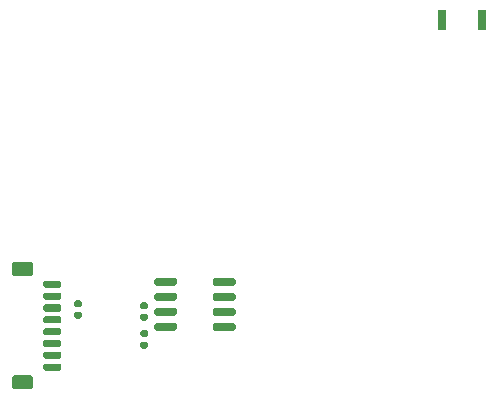
<source format=gbr>
%TF.GenerationSoftware,KiCad,Pcbnew,(5.1.6-0-10_14)*%
%TF.CreationDate,2020-11-09T20:44:41+11:00*%
%TF.ProjectId,spartan_mk1,73706172-7461-46e5-9f6d-6b312e6b6963,rev?*%
%TF.SameCoordinates,Original*%
%TF.FileFunction,Paste,Bot*%
%TF.FilePolarity,Positive*%
%FSLAX46Y46*%
G04 Gerber Fmt 4.6, Leading zero omitted, Abs format (unit mm)*
G04 Created by KiCad (PCBNEW (5.1.6-0-10_14)) date 2020-11-09 20:44:41*
%MOMM*%
%LPD*%
G01*
G04 APERTURE LIST*
%ADD10R,0.800000X1.700000*%
G04 APERTURE END LIST*
%TO.C,R16*%
G36*
G01*
X58372500Y-78525000D02*
X58027500Y-78525000D01*
G75*
G02*
X57880000Y-78377500I0J147500D01*
G01*
X57880000Y-78082500D01*
G75*
G02*
X58027500Y-77935000I147500J0D01*
G01*
X58372500Y-77935000D01*
G75*
G02*
X58520000Y-78082500I0J-147500D01*
G01*
X58520000Y-78377500D01*
G75*
G02*
X58372500Y-78525000I-147500J0D01*
G01*
G37*
G36*
G01*
X58372500Y-79495000D02*
X58027500Y-79495000D01*
G75*
G02*
X57880000Y-79347500I0J147500D01*
G01*
X57880000Y-79052500D01*
G75*
G02*
X58027500Y-78905000I147500J0D01*
G01*
X58372500Y-78905000D01*
G75*
G02*
X58520000Y-79052500I0J-147500D01*
G01*
X58520000Y-79347500D01*
G75*
G02*
X58372500Y-79495000I-147500J0D01*
G01*
G37*
%TD*%
%TO.C,J18*%
G36*
G01*
X55400000Y-76300000D02*
X56650000Y-76300000D01*
G75*
G02*
X56800000Y-76450000I0J-150000D01*
G01*
X56800000Y-76750000D01*
G75*
G02*
X56650000Y-76900000I-150000J0D01*
G01*
X55400000Y-76900000D01*
G75*
G02*
X55250000Y-76750000I0J150000D01*
G01*
X55250000Y-76450000D01*
G75*
G02*
X55400000Y-76300000I150000J0D01*
G01*
G37*
G36*
G01*
X55400000Y-77300000D02*
X56650000Y-77300000D01*
G75*
G02*
X56800000Y-77450000I0J-150000D01*
G01*
X56800000Y-77750000D01*
G75*
G02*
X56650000Y-77900000I-150000J0D01*
G01*
X55400000Y-77900000D01*
G75*
G02*
X55250000Y-77750000I0J150000D01*
G01*
X55250000Y-77450000D01*
G75*
G02*
X55400000Y-77300000I150000J0D01*
G01*
G37*
G36*
G01*
X55400000Y-78300000D02*
X56650000Y-78300000D01*
G75*
G02*
X56800000Y-78450000I0J-150000D01*
G01*
X56800000Y-78750000D01*
G75*
G02*
X56650000Y-78900000I-150000J0D01*
G01*
X55400000Y-78900000D01*
G75*
G02*
X55250000Y-78750000I0J150000D01*
G01*
X55250000Y-78450000D01*
G75*
G02*
X55400000Y-78300000I150000J0D01*
G01*
G37*
G36*
G01*
X55400000Y-79300000D02*
X56650000Y-79300000D01*
G75*
G02*
X56800000Y-79450000I0J-150000D01*
G01*
X56800000Y-79750000D01*
G75*
G02*
X56650000Y-79900000I-150000J0D01*
G01*
X55400000Y-79900000D01*
G75*
G02*
X55250000Y-79750000I0J150000D01*
G01*
X55250000Y-79450000D01*
G75*
G02*
X55400000Y-79300000I150000J0D01*
G01*
G37*
G36*
G01*
X55400000Y-80300000D02*
X56650000Y-80300000D01*
G75*
G02*
X56800000Y-80450000I0J-150000D01*
G01*
X56800000Y-80750000D01*
G75*
G02*
X56650000Y-80900000I-150000J0D01*
G01*
X55400000Y-80900000D01*
G75*
G02*
X55250000Y-80750000I0J150000D01*
G01*
X55250000Y-80450000D01*
G75*
G02*
X55400000Y-80300000I150000J0D01*
G01*
G37*
G36*
G01*
X55400000Y-81300000D02*
X56650000Y-81300000D01*
G75*
G02*
X56800000Y-81450000I0J-150000D01*
G01*
X56800000Y-81750000D01*
G75*
G02*
X56650000Y-81900000I-150000J0D01*
G01*
X55400000Y-81900000D01*
G75*
G02*
X55250000Y-81750000I0J150000D01*
G01*
X55250000Y-81450000D01*
G75*
G02*
X55400000Y-81300000I150000J0D01*
G01*
G37*
G36*
G01*
X55400000Y-82300000D02*
X56650000Y-82300000D01*
G75*
G02*
X56800000Y-82450000I0J-150000D01*
G01*
X56800000Y-82750000D01*
G75*
G02*
X56650000Y-82900000I-150000J0D01*
G01*
X55400000Y-82900000D01*
G75*
G02*
X55250000Y-82750000I0J150000D01*
G01*
X55250000Y-82450000D01*
G75*
G02*
X55400000Y-82300000I150000J0D01*
G01*
G37*
G36*
G01*
X55400000Y-83300000D02*
X56650000Y-83300000D01*
G75*
G02*
X56800000Y-83450000I0J-150000D01*
G01*
X56800000Y-83750000D01*
G75*
G02*
X56650000Y-83900000I-150000J0D01*
G01*
X55400000Y-83900000D01*
G75*
G02*
X55250000Y-83750000I0J150000D01*
G01*
X55250000Y-83450000D01*
G75*
G02*
X55400000Y-83300000I150000J0D01*
G01*
G37*
G36*
G01*
X52849999Y-74700000D02*
X54150001Y-74700000D01*
G75*
G02*
X54400000Y-74949999I0J-249999D01*
G01*
X54400000Y-75650001D01*
G75*
G02*
X54150001Y-75900000I-249999J0D01*
G01*
X52849999Y-75900000D01*
G75*
G02*
X52600000Y-75650001I0J249999D01*
G01*
X52600000Y-74949999D01*
G75*
G02*
X52849999Y-74700000I249999J0D01*
G01*
G37*
G36*
G01*
X52849999Y-84300000D02*
X54150001Y-84300000D01*
G75*
G02*
X54400000Y-84549999I0J-249999D01*
G01*
X54400000Y-85250001D01*
G75*
G02*
X54150001Y-85500000I-249999J0D01*
G01*
X52849999Y-85500000D01*
G75*
G02*
X52600000Y-85250001I0J249999D01*
G01*
X52600000Y-84549999D01*
G75*
G02*
X52849999Y-84300000I249999J0D01*
G01*
G37*
%TD*%
%TO.C,R3*%
G36*
G01*
X63627500Y-81440000D02*
X63972500Y-81440000D01*
G75*
G02*
X64120000Y-81587500I0J-147500D01*
G01*
X64120000Y-81882500D01*
G75*
G02*
X63972500Y-82030000I-147500J0D01*
G01*
X63627500Y-82030000D01*
G75*
G02*
X63480000Y-81882500I0J147500D01*
G01*
X63480000Y-81587500D01*
G75*
G02*
X63627500Y-81440000I147500J0D01*
G01*
G37*
G36*
G01*
X63627500Y-80470000D02*
X63972500Y-80470000D01*
G75*
G02*
X64120000Y-80617500I0J-147500D01*
G01*
X64120000Y-80912500D01*
G75*
G02*
X63972500Y-81060000I-147500J0D01*
G01*
X63627500Y-81060000D01*
G75*
G02*
X63480000Y-80912500I0J147500D01*
G01*
X63480000Y-80617500D01*
G75*
G02*
X63627500Y-80470000I147500J0D01*
G01*
G37*
%TD*%
%TO.C,R4*%
G36*
G01*
X63972500Y-79680000D02*
X63627500Y-79680000D01*
G75*
G02*
X63480000Y-79532500I0J147500D01*
G01*
X63480000Y-79237500D01*
G75*
G02*
X63627500Y-79090000I147500J0D01*
G01*
X63972500Y-79090000D01*
G75*
G02*
X64120000Y-79237500I0J-147500D01*
G01*
X64120000Y-79532500D01*
G75*
G02*
X63972500Y-79680000I-147500J0D01*
G01*
G37*
G36*
G01*
X63972500Y-78710000D02*
X63627500Y-78710000D01*
G75*
G02*
X63480000Y-78562500I0J147500D01*
G01*
X63480000Y-78267500D01*
G75*
G02*
X63627500Y-78120000I147500J0D01*
G01*
X63972500Y-78120000D01*
G75*
G02*
X64120000Y-78267500I0J-147500D01*
G01*
X64120000Y-78562500D01*
G75*
G02*
X63972500Y-78710000I-147500J0D01*
G01*
G37*
%TD*%
%TO.C,U2*%
G36*
G01*
X71550000Y-76245000D02*
X71550000Y-76545000D01*
G75*
G02*
X71400000Y-76695000I-150000J0D01*
G01*
X69750000Y-76695000D01*
G75*
G02*
X69600000Y-76545000I0J150000D01*
G01*
X69600000Y-76245000D01*
G75*
G02*
X69750000Y-76095000I150000J0D01*
G01*
X71400000Y-76095000D01*
G75*
G02*
X71550000Y-76245000I0J-150000D01*
G01*
G37*
G36*
G01*
X71550000Y-77515000D02*
X71550000Y-77815000D01*
G75*
G02*
X71400000Y-77965000I-150000J0D01*
G01*
X69750000Y-77965000D01*
G75*
G02*
X69600000Y-77815000I0J150000D01*
G01*
X69600000Y-77515000D01*
G75*
G02*
X69750000Y-77365000I150000J0D01*
G01*
X71400000Y-77365000D01*
G75*
G02*
X71550000Y-77515000I0J-150000D01*
G01*
G37*
G36*
G01*
X71550000Y-78785000D02*
X71550000Y-79085000D01*
G75*
G02*
X71400000Y-79235000I-150000J0D01*
G01*
X69750000Y-79235000D01*
G75*
G02*
X69600000Y-79085000I0J150000D01*
G01*
X69600000Y-78785000D01*
G75*
G02*
X69750000Y-78635000I150000J0D01*
G01*
X71400000Y-78635000D01*
G75*
G02*
X71550000Y-78785000I0J-150000D01*
G01*
G37*
G36*
G01*
X71550000Y-80055000D02*
X71550000Y-80355000D01*
G75*
G02*
X71400000Y-80505000I-150000J0D01*
G01*
X69750000Y-80505000D01*
G75*
G02*
X69600000Y-80355000I0J150000D01*
G01*
X69600000Y-80055000D01*
G75*
G02*
X69750000Y-79905000I150000J0D01*
G01*
X71400000Y-79905000D01*
G75*
G02*
X71550000Y-80055000I0J-150000D01*
G01*
G37*
G36*
G01*
X66600000Y-80055000D02*
X66600000Y-80355000D01*
G75*
G02*
X66450000Y-80505000I-150000J0D01*
G01*
X64800000Y-80505000D01*
G75*
G02*
X64650000Y-80355000I0J150000D01*
G01*
X64650000Y-80055000D01*
G75*
G02*
X64800000Y-79905000I150000J0D01*
G01*
X66450000Y-79905000D01*
G75*
G02*
X66600000Y-80055000I0J-150000D01*
G01*
G37*
G36*
G01*
X66600000Y-78785000D02*
X66600000Y-79085000D01*
G75*
G02*
X66450000Y-79235000I-150000J0D01*
G01*
X64800000Y-79235000D01*
G75*
G02*
X64650000Y-79085000I0J150000D01*
G01*
X64650000Y-78785000D01*
G75*
G02*
X64800000Y-78635000I150000J0D01*
G01*
X66450000Y-78635000D01*
G75*
G02*
X66600000Y-78785000I0J-150000D01*
G01*
G37*
G36*
G01*
X66600000Y-77515000D02*
X66600000Y-77815000D01*
G75*
G02*
X66450000Y-77965000I-150000J0D01*
G01*
X64800000Y-77965000D01*
G75*
G02*
X64650000Y-77815000I0J150000D01*
G01*
X64650000Y-77515000D01*
G75*
G02*
X64800000Y-77365000I150000J0D01*
G01*
X66450000Y-77365000D01*
G75*
G02*
X66600000Y-77515000I0J-150000D01*
G01*
G37*
G36*
G01*
X66600000Y-76245000D02*
X66600000Y-76545000D01*
G75*
G02*
X66450000Y-76695000I-150000J0D01*
G01*
X64800000Y-76695000D01*
G75*
G02*
X64650000Y-76545000I0J150000D01*
G01*
X64650000Y-76245000D01*
G75*
G02*
X64800000Y-76095000I150000J0D01*
G01*
X66450000Y-76095000D01*
G75*
G02*
X66600000Y-76245000I0J-150000D01*
G01*
G37*
%TD*%
D10*
%TO.C,SW1*%
X92400000Y-54200000D03*
X89000000Y-54200000D03*
%TD*%
M02*

</source>
